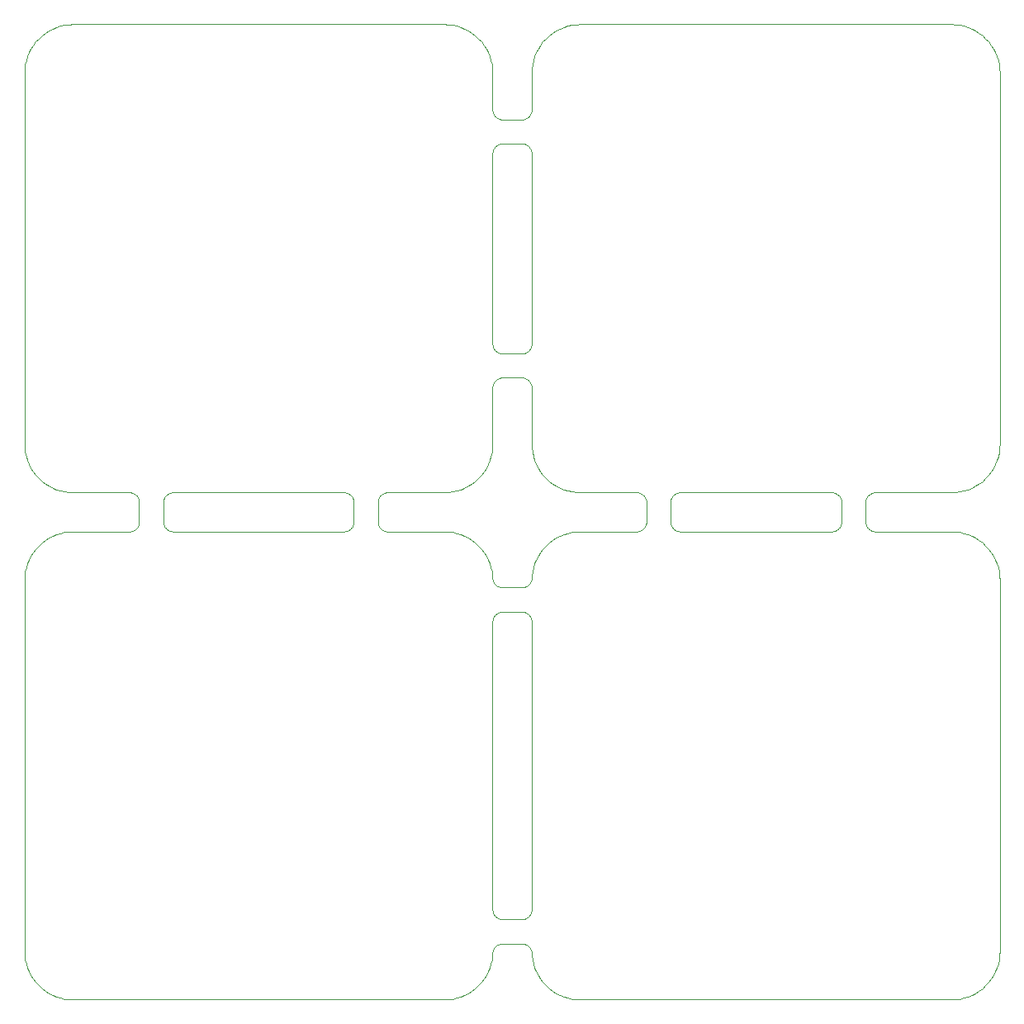
<source format=gko>
%MOIN*%
%OFA0B0*%
%FSLAX44Y44*%
%IPPOS*%
%LPD*%
%ADD10C,0*%
D10*
X00026470Y00018897D02*
X00026470Y00018897D01*
X00026440Y00018898D01*
X00026409Y00018902D01*
X00026378Y00018908D01*
X00026349Y00018916D01*
X00026320Y00018927D01*
X00026292Y00018940D01*
X00026265Y00018955D01*
X00026239Y00018972D01*
X00026215Y00018991D01*
X00026192Y00019012D01*
X00026171Y00019035D01*
X00026152Y00019059D01*
X00026135Y00019085D01*
X00026120Y00019112D01*
X00026107Y00019140D01*
X00026096Y00019169D01*
X00026088Y00019199D01*
X00026082Y00019229D01*
X00026078Y00019260D01*
X00026077Y00019291D01*
X00026077Y00020078D01*
X00026078Y00020109D01*
X00026082Y00020140D01*
X00026088Y00020170D01*
X00026096Y00020200D01*
X00026107Y00020229D01*
X00026120Y00020257D01*
X00026135Y00020284D01*
X00026152Y00020310D01*
X00026171Y00020334D01*
X00026192Y00020357D01*
X00026215Y00020378D01*
X00026239Y00020397D01*
X00026265Y00020414D01*
X00026292Y00020429D01*
X00026320Y00020442D01*
X00026349Y00020453D01*
X00026378Y00020461D01*
X00026409Y00020467D01*
X00026440Y00020471D01*
X00026470Y00020472D01*
X00032584Y00020472D01*
X00032615Y00020471D01*
X00032645Y00020467D01*
X00032676Y00020461D01*
X00032705Y00020453D01*
X00032734Y00020442D01*
X00032762Y00020429D01*
X00032789Y00020414D01*
X00032815Y00020397D01*
X00032839Y00020378D01*
X00032862Y00020357D01*
X00032883Y00020334D01*
X00032902Y00020310D01*
X00032919Y00020284D01*
X00032935Y00020257D01*
X00032947Y00020229D01*
X00032958Y00020200D01*
X00032967Y00020170D01*
X00032973Y00020140D01*
X00032976Y00020109D01*
X00032977Y00020078D01*
X00032977Y00019291D01*
X00032976Y00019260D01*
X00032973Y00019229D01*
X00032967Y00019199D01*
X00032958Y00019169D01*
X00032947Y00019140D01*
X00032935Y00019112D01*
X00032919Y00019085D01*
X00032902Y00019059D01*
X00032883Y00019035D01*
X00032862Y00019012D01*
X00032839Y00018991D01*
X00032815Y00018972D01*
X00032789Y00018955D01*
X00032762Y00018940D01*
X00032734Y00018927D01*
X00032705Y00018916D01*
X00032676Y00018908D01*
X00032645Y00018902D01*
X00032615Y00018898D01*
X00032584Y00018897D01*
X00026470Y00018897D01*
X00018893Y00001879D02*
X00018893Y00001879D01*
X00018896Y00001909D01*
X00018900Y00001938D01*
X00018907Y00001967D01*
X00018917Y00001996D01*
X00018928Y00002024D01*
X00018941Y00002051D01*
X00018957Y00002077D01*
X00018974Y00002101D01*
X00018993Y00002124D01*
X00019014Y00002146D01*
X00019037Y00002166D01*
X00019061Y00002184D01*
X00019086Y00002200D01*
X00019112Y00002214D01*
X00019140Y00002227D01*
X00019168Y00002237D01*
X00019197Y00002245D01*
X00019227Y00002251D01*
X00019257Y00002254D01*
X00019287Y00002255D01*
X00020083Y00002255D01*
X00020113Y00002254D01*
X00020142Y00002251D01*
X00020172Y00002245D01*
X00020201Y00002237D01*
X00020229Y00002227D01*
X00020257Y00002215D01*
X00020283Y00002200D01*
X00020308Y00002184D01*
X00020332Y00002166D01*
X00020355Y00002146D01*
X00020376Y00002124D01*
X00020395Y00002101D01*
X00020412Y00002077D01*
X00020428Y00002051D01*
X00020441Y00002024D01*
X00020452Y00001996D01*
X00020462Y00001967D01*
X00020469Y00001938D01*
X00020473Y00001909D01*
X00020476Y00001879D01*
X00020479Y00001796D01*
X00020502Y00001626D01*
X00020539Y00001459D01*
X00020591Y00001295D01*
X00020656Y00001136D01*
X00020736Y00000984D01*
X00020828Y00000839D01*
X00020932Y00000703D01*
X00021049Y00000576D01*
X00021175Y00000460D01*
X00021311Y00000356D01*
X00021456Y00000263D01*
X00021609Y00000184D01*
X00021767Y00000118D01*
X00021931Y00000067D01*
X00022099Y00000029D01*
X00022269Y00000007D01*
X00022440Y00000000D01*
X00037401Y00000000D01*
X00037573Y00000007D01*
X00037743Y00000029D01*
X00037911Y00000067D01*
X00038074Y00000118D01*
X00038233Y00000184D01*
X00038385Y00000263D01*
X00038530Y00000356D01*
X00038666Y00000460D01*
X00038793Y00000576D01*
X00038909Y00000703D01*
X00039014Y00000839D01*
X00039106Y00000984D01*
X00039185Y00001136D01*
X00039251Y00001295D01*
X00039303Y00001459D01*
X00039340Y00001626D01*
X00039362Y00001796D01*
X00039370Y00001968D01*
X00039370Y00016929D01*
X00039362Y00017100D01*
X00039340Y00017270D01*
X00039303Y00017438D01*
X00039251Y00017602D01*
X00039185Y00017761D01*
X00039106Y00017913D01*
X00039014Y00018058D01*
X00038909Y00018194D01*
X00038793Y00018321D01*
X00038666Y00018437D01*
X00038530Y00018541D01*
X00038385Y00018633D01*
X00038233Y00018713D01*
X00038074Y00018778D01*
X00037911Y00018830D01*
X00037743Y00018867D01*
X00037573Y00018890D01*
X00037401Y00018897D01*
X00034344Y00018897D01*
X00034314Y00018898D01*
X00034283Y00018902D01*
X00034253Y00018908D01*
X00034223Y00018916D01*
X00034194Y00018927D01*
X00034166Y00018940D01*
X00034139Y00018955D01*
X00034113Y00018972D01*
X00034089Y00018991D01*
X00034066Y00019012D01*
X00034045Y00019035D01*
X00034026Y00019059D01*
X00034009Y00019085D01*
X00033994Y00019112D01*
X00033981Y00019140D01*
X00033970Y00019169D01*
X00033962Y00019199D01*
X00033956Y00019229D01*
X00033952Y00019260D01*
X00033951Y00019291D01*
X00033951Y00020078D01*
X00033952Y00020109D01*
X00033956Y00020140D01*
X00033962Y00020170D01*
X00033970Y00020200D01*
X00033981Y00020229D01*
X00033994Y00020257D01*
X00034009Y00020284D01*
X00034026Y00020310D01*
X00034045Y00020334D01*
X00034066Y00020357D01*
X00034089Y00020378D01*
X00034113Y00020397D01*
X00034139Y00020414D01*
X00034166Y00020429D01*
X00034194Y00020442D01*
X00034223Y00020453D01*
X00034253Y00020461D01*
X00034283Y00020467D01*
X00034314Y00020471D01*
X00034344Y00020472D01*
X00037401Y00020472D01*
X00037573Y00020479D01*
X00037743Y00020502D01*
X00037911Y00020539D01*
X00038074Y00020591D01*
X00038233Y00020656D01*
X00038385Y00020736D01*
X00038530Y00020828D01*
X00038666Y00020932D01*
X00038793Y00021049D01*
X00038909Y00021175D01*
X00039014Y00021311D01*
X00039106Y00021456D01*
X00039185Y00021609D01*
X00039251Y00021767D01*
X00039303Y00021931D01*
X00039340Y00022099D01*
X00039362Y00022269D01*
X00039370Y00022440D01*
X00039370Y00037401D01*
X00039362Y00037573D01*
X00039340Y00037743D01*
X00039303Y00037911D01*
X00039251Y00038074D01*
X00039185Y00038233D01*
X00039106Y00038385D01*
X00039014Y00038530D01*
X00038909Y00038666D01*
X00038793Y00038793D01*
X00038666Y00038909D01*
X00038530Y00039014D01*
X00038385Y00039106D01*
X00038233Y00039185D01*
X00038074Y00039251D01*
X00037911Y00039303D01*
X00037743Y00039340D01*
X00037573Y00039362D01*
X00037401Y00039370D01*
X00022440Y00039370D01*
X00022269Y00039362D01*
X00022099Y00039340D01*
X00021931Y00039303D01*
X00021767Y00039251D01*
X00021609Y00039185D01*
X00021456Y00039106D01*
X00021311Y00039014D01*
X00021175Y00038909D01*
X00021049Y00038793D01*
X00020932Y00038666D01*
X00020828Y00038530D01*
X00020736Y00038385D01*
X00020656Y00038233D01*
X00020591Y00038074D01*
X00020539Y00037911D01*
X00020502Y00037743D01*
X00020479Y00037573D01*
X00020472Y00037401D01*
X00020472Y00035919D01*
X00020471Y00035888D01*
X00020467Y00035858D01*
X00020461Y00035827D01*
X00020453Y00035798D01*
X00020442Y00035769D01*
X00020429Y00035740D01*
X00020414Y00035714D01*
X00020397Y00035688D01*
X00020378Y00035664D01*
X00020357Y00035641D01*
X00020334Y00035620D01*
X00020310Y00035601D01*
X00020284Y00035584D01*
X00020257Y00035568D01*
X00020229Y00035555D01*
X00020200Y00035545D01*
X00020170Y00035536D01*
X00020140Y00035530D01*
X00020109Y00035527D01*
X00020078Y00035526D01*
X00019291Y00035526D01*
X00019260Y00035527D01*
X00019229Y00035530D01*
X00019199Y00035536D01*
X00019169Y00035545D01*
X00019140Y00035555D01*
X00019112Y00035568D01*
X00019085Y00035584D01*
X00019059Y00035601D01*
X00019035Y00035620D01*
X00019012Y00035641D01*
X00018991Y00035664D01*
X00018972Y00035688D01*
X00018955Y00035714D01*
X00018940Y00035740D01*
X00018927Y00035769D01*
X00018916Y00035798D01*
X00018908Y00035827D01*
X00018902Y00035858D01*
X00018898Y00035888D01*
X00018897Y00035919D01*
X00018897Y00037401D01*
X00018890Y00037573D01*
X00018867Y00037743D01*
X00018830Y00037911D01*
X00018778Y00038074D01*
X00018713Y00038233D01*
X00018633Y00038385D01*
X00018541Y00038530D01*
X00018437Y00038666D01*
X00018321Y00038793D01*
X00018194Y00038909D01*
X00018058Y00039014D01*
X00017913Y00039106D01*
X00017761Y00039185D01*
X00017602Y00039251D01*
X00017438Y00039303D01*
X00017270Y00039340D01*
X00017100Y00039362D01*
X00016929Y00039370D01*
X00001968Y00039370D01*
X00001796Y00039362D01*
X00001626Y00039340D01*
X00001459Y00039303D01*
X00001295Y00039251D01*
X00001136Y00039185D01*
X00000984Y00039106D01*
X00000839Y00039014D01*
X00000703Y00038909D01*
X00000576Y00038793D01*
X00000460Y00038666D01*
X00000355Y00038530D01*
X00000263Y00038385D01*
X00000184Y00038233D01*
X00000118Y00038074D01*
X00000067Y00037911D01*
X00000029Y00037743D01*
X00000007Y00037573D01*
X00000000Y00037401D01*
X00000000Y00022440D01*
X00000007Y00022269D01*
X00000029Y00022099D01*
X00000067Y00021931D01*
X00000118Y00021767D01*
X00000184Y00021609D01*
X00000263Y00021456D01*
X00000355Y00021311D01*
X00000460Y00021175D01*
X00000576Y00021049D01*
X00000703Y00020932D01*
X00000839Y00020828D01*
X00000984Y00020736D01*
X00001136Y00020656D01*
X00001295Y00020591D01*
X00001459Y00020539D01*
X00001626Y00020502D01*
X00001796Y00020479D01*
X00001968Y00020472D01*
X00004237Y00020472D01*
X00004268Y00020471D01*
X00004299Y00020467D01*
X00004329Y00020461D01*
X00004359Y00020453D01*
X00004388Y00020442D01*
X00004416Y00020429D01*
X00004443Y00020414D01*
X00004469Y00020397D01*
X00004493Y00020378D01*
X00004516Y00020357D01*
X00004537Y00020334D01*
X00004556Y00020310D01*
X00004573Y00020284D01*
X00004588Y00020257D01*
X00004601Y00020229D01*
X00004612Y00020200D01*
X00004620Y00020170D01*
X00004626Y00020140D01*
X00004630Y00020109D01*
X00004631Y00020078D01*
X00004631Y00019291D01*
X00004630Y00019260D01*
X00004626Y00019229D01*
X00004620Y00019199D01*
X00004612Y00019169D01*
X00004601Y00019140D01*
X00004588Y00019112D01*
X00004573Y00019085D01*
X00004556Y00019059D01*
X00004537Y00019035D01*
X00004516Y00019012D01*
X00004493Y00018991D01*
X00004469Y00018972D01*
X00004443Y00018955D01*
X00004416Y00018940D01*
X00004388Y00018927D01*
X00004359Y00018916D01*
X00004329Y00018908D01*
X00004299Y00018902D01*
X00004268Y00018898D01*
X00004237Y00018897D01*
X00001968Y00018897D01*
X00001796Y00018890D01*
X00001626Y00018867D01*
X00001459Y00018830D01*
X00001295Y00018778D01*
X00001136Y00018713D01*
X00000984Y00018633D01*
X00000839Y00018541D01*
X00000703Y00018437D01*
X00000576Y00018321D01*
X00000460Y00018194D01*
X00000355Y00018058D01*
X00000263Y00017913D01*
X00000184Y00017761D01*
X00000118Y00017602D01*
X00000067Y00017438D01*
X00000029Y00017270D01*
X00000007Y00017100D01*
X00000000Y00016929D01*
X00000000Y00001968D01*
X00000007Y00001796D01*
X00000029Y00001626D01*
X00000067Y00001459D01*
X00000118Y00001295D01*
X00000184Y00001136D01*
X00000263Y00000984D01*
X00000355Y00000839D01*
X00000460Y00000703D01*
X00000576Y00000576D01*
X00000703Y00000460D01*
X00000839Y00000356D01*
X00000984Y00000263D01*
X00001136Y00000184D01*
X00001295Y00000118D01*
X00001459Y00000067D01*
X00001626Y00000029D01*
X00001796Y00000007D01*
X00001968Y00000000D01*
X00016929Y00000000D01*
X00017100Y00000007D01*
X00017270Y00000029D01*
X00017438Y00000067D01*
X00017602Y00000118D01*
X00017761Y00000184D01*
X00017913Y00000263D01*
X00018058Y00000356D01*
X00018194Y00000460D01*
X00018321Y00000576D01*
X00018437Y00000703D01*
X00018541Y00000839D01*
X00018633Y00000984D01*
X00018713Y00001136D01*
X00018778Y00001295D01*
X00018830Y00001459D01*
X00018867Y00001626D01*
X00018890Y00001796D01*
X00018893Y00001879D01*
X00020472Y00003636D02*
X00020472Y00003636D01*
X00020471Y00003605D01*
X00020467Y00003574D01*
X00020461Y00003544D01*
X00020453Y00003514D01*
X00020442Y00003485D01*
X00020429Y00003457D01*
X00020414Y00003430D01*
X00020397Y00003404D01*
X00020378Y00003380D01*
X00020357Y00003357D01*
X00020334Y00003336D01*
X00020310Y00003317D01*
X00020284Y00003300D01*
X00020257Y00003285D01*
X00020229Y00003272D01*
X00020200Y00003261D01*
X00020170Y00003253D01*
X00020140Y00003247D01*
X00020109Y00003243D01*
X00020078Y00003242D01*
X00019291Y00003242D01*
X00019260Y00003243D01*
X00019229Y00003247D01*
X00019199Y00003253D01*
X00019169Y00003261D01*
X00019140Y00003272D01*
X00019112Y00003285D01*
X00019085Y00003300D01*
X00019059Y00003317D01*
X00019035Y00003336D01*
X00019012Y00003357D01*
X00018991Y00003380D01*
X00018972Y00003404D01*
X00018955Y00003430D01*
X00018940Y00003457D01*
X00018927Y00003485D01*
X00018916Y00003514D01*
X00018908Y00003544D01*
X00018902Y00003574D01*
X00018898Y00003605D01*
X00018897Y00003636D01*
X00018897Y00015261D01*
X00018898Y00015292D01*
X00018902Y00015322D01*
X00018908Y00015353D01*
X00018916Y00015383D01*
X00018927Y00015412D01*
X00018940Y00015440D01*
X00018955Y00015467D01*
X00018972Y00015492D01*
X00018991Y00015517D01*
X00019012Y00015539D01*
X00019035Y00015560D01*
X00019059Y00015579D01*
X00019085Y00015597D01*
X00019112Y00015612D01*
X00019140Y00015625D01*
X00019169Y00015635D01*
X00019199Y00015644D01*
X00019229Y00015650D01*
X00019260Y00015653D01*
X00019291Y00015655D01*
X00020078Y00015655D01*
X00020109Y00015653D01*
X00020140Y00015650D01*
X00020170Y00015644D01*
X00020200Y00015635D01*
X00020229Y00015625D01*
X00020257Y00015612D01*
X00020284Y00015597D01*
X00020310Y00015579D01*
X00020334Y00015560D01*
X00020357Y00015539D01*
X00020378Y00015517D01*
X00020397Y00015492D01*
X00020414Y00015467D01*
X00020429Y00015440D01*
X00020442Y00015412D01*
X00020453Y00015383D01*
X00020461Y00015353D01*
X00020467Y00015322D01*
X00020471Y00015292D01*
X00020472Y00015261D01*
X00020472Y00003636D01*
X00020476Y00017018D02*
X00020476Y00017018D01*
X00020473Y00016988D01*
X00020469Y00016958D01*
X00020462Y00016929D01*
X00020452Y00016901D01*
X00020441Y00016873D01*
X00020428Y00016846D01*
X00020412Y00016820D01*
X00020395Y00016796D01*
X00020376Y00016772D01*
X00020355Y00016751D01*
X00020332Y00016731D01*
X00020308Y00016713D01*
X00020283Y00016696D01*
X00020257Y00016682D01*
X00020229Y00016670D01*
X00020201Y00016660D01*
X00020172Y00016652D01*
X00020142Y00016646D01*
X00020113Y00016643D01*
X00020083Y00016642D01*
X00019287Y00016642D01*
X00019257Y00016643D01*
X00019227Y00016646D01*
X00019197Y00016652D01*
X00019168Y00016660D01*
X00019140Y00016670D01*
X00019112Y00016682D01*
X00019086Y00016696D01*
X00019061Y00016713D01*
X00019037Y00016731D01*
X00019014Y00016751D01*
X00018993Y00016772D01*
X00018974Y00016796D01*
X00018957Y00016820D01*
X00018941Y00016846D01*
X00018928Y00016873D01*
X00018917Y00016901D01*
X00018907Y00016929D01*
X00018900Y00016958D01*
X00018896Y00016988D01*
X00018893Y00017018D01*
X00018890Y00017100D01*
X00018867Y00017270D01*
X00018830Y00017438D01*
X00018778Y00017602D01*
X00018713Y00017761D01*
X00018633Y00017913D01*
X00018541Y00018058D01*
X00018437Y00018194D01*
X00018321Y00018321D01*
X00018194Y00018437D01*
X00018058Y00018541D01*
X00017913Y00018633D01*
X00017761Y00018713D01*
X00017602Y00018778D01*
X00017438Y00018830D01*
X00017270Y00018867D01*
X00017100Y00018890D01*
X00016929Y00018897D01*
X00014659Y00018897D01*
X00014628Y00018898D01*
X00014598Y00018902D01*
X00014567Y00018908D01*
X00014538Y00018916D01*
X00014509Y00018927D01*
X00014481Y00018940D01*
X00014454Y00018955D01*
X00014428Y00018972D01*
X00014404Y00018991D01*
X00014381Y00019012D01*
X00014360Y00019035D01*
X00014341Y00019059D01*
X00014324Y00019085D01*
X00014309Y00019112D01*
X00014296Y00019140D01*
X00014285Y00019169D01*
X00014277Y00019199D01*
X00014271Y00019229D01*
X00014267Y00019260D01*
X00014266Y00019291D01*
X00014266Y00020078D01*
X00014267Y00020109D01*
X00014271Y00020140D01*
X00014277Y00020170D01*
X00014285Y00020200D01*
X00014296Y00020229D01*
X00014309Y00020257D01*
X00014324Y00020284D01*
X00014341Y00020310D01*
X00014360Y00020334D01*
X00014381Y00020357D01*
X00014404Y00020378D01*
X00014428Y00020397D01*
X00014454Y00020414D01*
X00014481Y00020429D01*
X00014509Y00020442D01*
X00014538Y00020453D01*
X00014567Y00020461D01*
X00014598Y00020467D01*
X00014628Y00020471D01*
X00014659Y00020472D01*
X00016929Y00020472D01*
X00017100Y00020479D01*
X00017270Y00020502D01*
X00017438Y00020539D01*
X00017602Y00020591D01*
X00017761Y00020656D01*
X00017913Y00020736D01*
X00018058Y00020828D01*
X00018194Y00020932D01*
X00018321Y00021049D01*
X00018437Y00021175D01*
X00018541Y00021311D01*
X00018633Y00021456D01*
X00018713Y00021609D01*
X00018778Y00021767D01*
X00018830Y00021931D01*
X00018867Y00022099D01*
X00018890Y00022269D01*
X00018897Y00022440D01*
X00018897Y00024710D01*
X00018898Y00024741D01*
X00018902Y00024771D01*
X00018908Y00024802D01*
X00018916Y00024831D01*
X00018927Y00024860D01*
X00018940Y00024888D01*
X00018955Y00024915D01*
X00018972Y00024941D01*
X00018991Y00024965D01*
X00019012Y00024988D01*
X00019035Y00025009D01*
X00019059Y00025028D01*
X00019085Y00025045D01*
X00019112Y00025060D01*
X00019140Y00025073D01*
X00019169Y00025084D01*
X00019199Y00025093D01*
X00019229Y00025099D01*
X00019260Y00025102D01*
X00019291Y00025103D01*
X00020078Y00025103D01*
X00020109Y00025102D01*
X00020140Y00025099D01*
X00020170Y00025093D01*
X00020200Y00025084D01*
X00020229Y00025073D01*
X00020257Y00025060D01*
X00020284Y00025045D01*
X00020310Y00025028D01*
X00020334Y00025009D01*
X00020357Y00024988D01*
X00020378Y00024965D01*
X00020397Y00024941D01*
X00020414Y00024915D01*
X00020429Y00024888D01*
X00020442Y00024860D01*
X00020453Y00024831D01*
X00020461Y00024802D01*
X00020467Y00024771D01*
X00020471Y00024741D01*
X00020472Y00024710D01*
X00020472Y00022440D01*
X00020479Y00022269D01*
X00020502Y00022099D01*
X00020539Y00021931D01*
X00020591Y00021767D01*
X00020656Y00021609D01*
X00020736Y00021456D01*
X00020828Y00021311D01*
X00020932Y00021175D01*
X00021049Y00021049D01*
X00021175Y00020932D01*
X00021311Y00020828D01*
X00021456Y00020736D01*
X00021609Y00020656D01*
X00021767Y00020591D01*
X00021931Y00020539D01*
X00022099Y00020502D01*
X00022269Y00020479D01*
X00022440Y00020472D01*
X00024710Y00020472D01*
X00024741Y00020471D01*
X00024771Y00020467D01*
X00024802Y00020461D01*
X00024831Y00020453D01*
X00024860Y00020442D01*
X00024888Y00020429D01*
X00024915Y00020414D01*
X00024941Y00020397D01*
X00024965Y00020378D01*
X00024988Y00020357D01*
X00025009Y00020334D01*
X00025028Y00020310D01*
X00025045Y00020284D01*
X00025060Y00020257D01*
X00025073Y00020229D01*
X00025084Y00020200D01*
X00025093Y00020170D01*
X00025099Y00020140D01*
X00025102Y00020109D01*
X00025103Y00020078D01*
X00025103Y00019291D01*
X00025102Y00019260D01*
X00025099Y00019229D01*
X00025093Y00019199D01*
X00025084Y00019169D01*
X00025073Y00019140D01*
X00025060Y00019112D01*
X00025045Y00019085D01*
X00025028Y00019059D01*
X00025009Y00019035D01*
X00024988Y00019012D01*
X00024965Y00018991D01*
X00024941Y00018972D01*
X00024915Y00018955D01*
X00024888Y00018940D01*
X00024860Y00018927D01*
X00024831Y00018916D01*
X00024802Y00018908D01*
X00024771Y00018902D01*
X00024741Y00018898D01*
X00024710Y00018897D01*
X00022440Y00018897D01*
X00022269Y00018890D01*
X00022099Y00018867D01*
X00021931Y00018830D01*
X00021767Y00018778D01*
X00021609Y00018713D01*
X00021456Y00018633D01*
X00021311Y00018541D01*
X00021175Y00018437D01*
X00021049Y00018321D01*
X00020932Y00018194D01*
X00020828Y00018058D01*
X00020736Y00017913D01*
X00020656Y00017761D01*
X00020591Y00017602D01*
X00020539Y00017438D01*
X00020502Y00017270D01*
X00020479Y00017100D01*
X00020476Y00017018D01*
X00005998Y00018897D02*
X00005998Y00018897D01*
X00005967Y00018898D01*
X00005936Y00018902D01*
X00005906Y00018908D01*
X00005876Y00018916D01*
X00005847Y00018927D01*
X00005819Y00018940D01*
X00005792Y00018955D01*
X00005767Y00018972D01*
X00005742Y00018991D01*
X00005720Y00019012D01*
X00005699Y00019035D01*
X00005679Y00019059D01*
X00005662Y00019085D01*
X00005647Y00019112D01*
X00005634Y00019140D01*
X00005624Y00019169D01*
X00005615Y00019199D01*
X00005609Y00019229D01*
X00005605Y00019260D01*
X00005604Y00019291D01*
X00005604Y00020078D01*
X00005605Y00020109D01*
X00005609Y00020140D01*
X00005615Y00020170D01*
X00005624Y00020200D01*
X00005634Y00020229D01*
X00005647Y00020257D01*
X00005662Y00020284D01*
X00005679Y00020310D01*
X00005699Y00020334D01*
X00005720Y00020357D01*
X00005742Y00020378D01*
X00005767Y00020397D01*
X00005792Y00020414D01*
X00005819Y00020429D01*
X00005847Y00020442D01*
X00005876Y00020453D01*
X00005906Y00020461D01*
X00005936Y00020467D01*
X00005967Y00020471D01*
X00005998Y00020472D01*
X00012899Y00020472D01*
X00012930Y00020471D01*
X00012960Y00020467D01*
X00012991Y00020461D01*
X00013020Y00020453D01*
X00013049Y00020442D01*
X00013077Y00020429D01*
X00013104Y00020414D01*
X00013130Y00020397D01*
X00013154Y00020378D01*
X00013177Y00020357D01*
X00013198Y00020334D01*
X00013217Y00020310D01*
X00013234Y00020284D01*
X00013249Y00020257D01*
X00013262Y00020229D01*
X00013273Y00020200D01*
X00013282Y00020170D01*
X00013288Y00020140D01*
X00013291Y00020109D01*
X00013292Y00020078D01*
X00013292Y00019291D01*
X00013291Y00019260D01*
X00013288Y00019229D01*
X00013282Y00019199D01*
X00013273Y00019169D01*
X00013262Y00019140D01*
X00013249Y00019112D01*
X00013234Y00019085D01*
X00013217Y00019059D01*
X00013198Y00019035D01*
X00013177Y00019012D01*
X00013154Y00018991D01*
X00013130Y00018972D01*
X00013104Y00018955D01*
X00013077Y00018940D01*
X00013049Y00018927D01*
X00013020Y00018916D01*
X00012991Y00018908D01*
X00012960Y00018902D01*
X00012930Y00018898D01*
X00012899Y00018897D01*
X00005998Y00018897D01*
X00018897Y00034159D02*
X00018897Y00034159D01*
X00018898Y00034189D01*
X00018902Y00034220D01*
X00018908Y00034250D01*
X00018916Y00034280D01*
X00018927Y00034309D01*
X00018940Y00034337D01*
X00018955Y00034364D01*
X00018972Y00034390D01*
X00018991Y00034414D01*
X00019012Y00034437D01*
X00019035Y00034458D01*
X00019059Y00034477D01*
X00019085Y00034494D01*
X00019112Y00034509D01*
X00019140Y00034522D01*
X00019169Y00034533D01*
X00019199Y00034541D01*
X00019229Y00034547D01*
X00019260Y00034551D01*
X00019291Y00034552D01*
X00020078Y00034552D01*
X00020109Y00034551D01*
X00020140Y00034547D01*
X00020170Y00034541D01*
X00020200Y00034533D01*
X00020229Y00034522D01*
X00020257Y00034509D01*
X00020284Y00034494D01*
X00020310Y00034477D01*
X00020334Y00034458D01*
X00020357Y00034437D01*
X00020378Y00034414D01*
X00020397Y00034390D01*
X00020414Y00034364D01*
X00020429Y00034337D01*
X00020442Y00034309D01*
X00020453Y00034280D01*
X00020461Y00034250D01*
X00020467Y00034220D01*
X00020471Y00034189D01*
X00020472Y00034159D01*
X00020472Y00026470D01*
X00020471Y00026440D01*
X00020467Y00026409D01*
X00020461Y00026378D01*
X00020453Y00026349D01*
X00020442Y00026320D01*
X00020429Y00026292D01*
X00020414Y00026265D01*
X00020397Y00026239D01*
X00020378Y00026215D01*
X00020357Y00026192D01*
X00020334Y00026171D01*
X00020310Y00026152D01*
X00020284Y00026135D01*
X00020257Y00026120D01*
X00020229Y00026107D01*
X00020200Y00026096D01*
X00020170Y00026088D01*
X00020140Y00026082D01*
X00020109Y00026078D01*
X00020078Y00026077D01*
X00019291Y00026077D01*
X00019260Y00026078D01*
X00019229Y00026082D01*
X00019199Y00026088D01*
X00019169Y00026096D01*
X00019140Y00026107D01*
X00019112Y00026120D01*
X00019085Y00026135D01*
X00019059Y00026152D01*
X00019035Y00026171D01*
X00019012Y00026192D01*
X00018991Y00026215D01*
X00018972Y00026239D01*
X00018955Y00026265D01*
X00018940Y00026292D01*
X00018927Y00026320D01*
X00018916Y00026349D01*
X00018908Y00026378D01*
X00018902Y00026409D01*
X00018898Y00026440D01*
X00018897Y00026470D01*
X00018897Y00034159D01*
M02*
</source>
